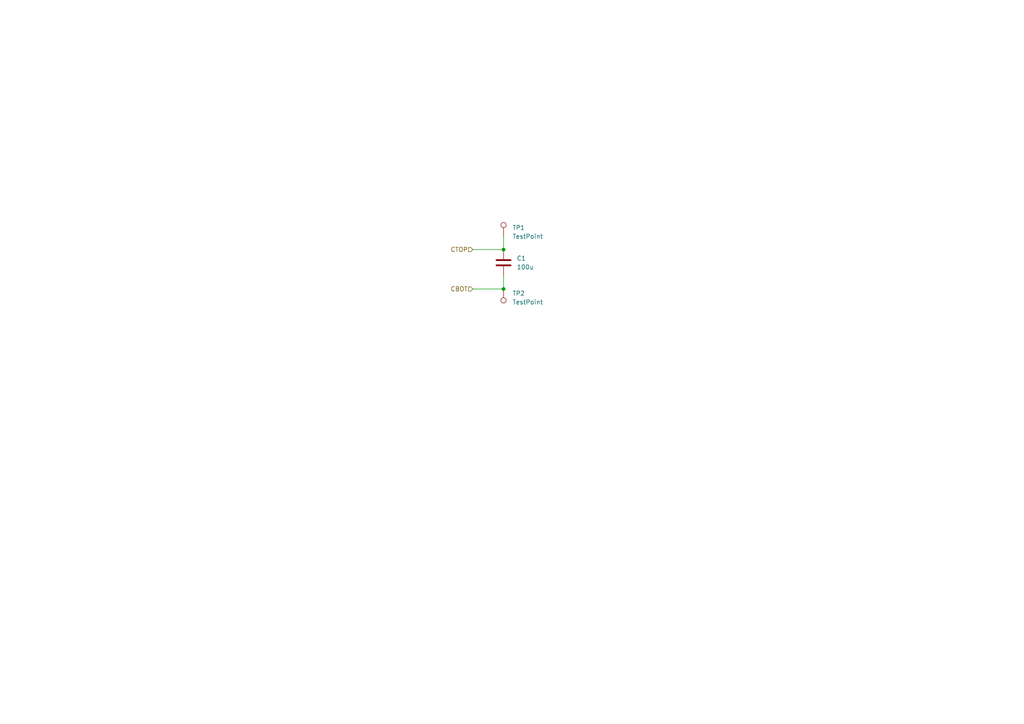
<source format=kicad_sch>
(kicad_sch (version 20201015) (generator eeschema)
  (paper "A4")
  (lib_symbols
    (symbol "Connector:TestPoint" (pin_numbers hide) (pin_names (offset 0.762) hide)
      (property "Reference" "TP" (at 0 6.858 0))
      (property "Value" "TestPoint" (at 0 5.08 0))
      (symbol "TestPoint_0_1"
        (circle (center 0 3.302) (radius 0.762))
      )
      (symbol "TestPoint_1_1"
        (pin passive line (at 0 0 90) (length 2.54) (name "1") (number "1"))
      )
    )
    (symbol "Device:C" (pin_numbers hide) (pin_names (offset 0.254))
      (property "Reference" "C" (at 0.635 2.54 0))
      (property "Value" "C" (at 0.635 -2.54 0))
      (symbol "C_0_1"
        (polyline (pts (xy -2.032 -0.762) (xy 2.032 -0.762)) (stroke (width 0.508)))
        (polyline (pts (xy -2.032 0.762) (xy 2.032 0.762)) (stroke (width 0.508)))
      )
      (symbol "C_1_1"
        (pin passive line (at 0 3.81 270) (length 2.794) (name "~") (number "1"))
        (pin passive line (at 0 -3.81 90) (length 2.794) (name "~") (number "2"))
      )
    )
  )
  (junction (at 146.05 72.39) (diameter 0.9144))
  (junction (at 146.05 83.82) (diameter 0.9144))
  (wire (pts (xy 137.16 72.39) (xy 146.05 72.39)))
  (wire (pts (xy 137.16 83.82) (xy 146.05 83.82)))
  (wire (pts (xy 146.05 68.58) (xy 146.05 72.39)))
  (wire (pts (xy 146.05 80.01) (xy 146.05 83.82)))
  (hierarchical_label "CTOP" (shape input) (at 137.16 72.39 180))
  (hierarchical_label "CBOT" (shape input) (at 137.16 83.82 180))
  (symbol (lib_id "Connector:TestPoint") (at 146.05 68.58 0) (unit 1)
    (property "Reference" "TP1" (at 148.59 66.04 0) (effects (justify left)))
    (property "Value" "TestPoint" (at 148.59 68.58 0) (effects (justify left)))
    (property "Footprint" "TestPoint:TestPoint_Pad_D1.0mm" (effects hide))
  )
  (symbol (lib_id "Connector:TestPoint") (at 146.05 83.82 180) (unit 1)
    (property "Reference" "TP2" (at 148.59 85.09 0) (effects (justify right)))
    (property "Value" "TestPoint" (at 148.59 87.63 0) (effects (justify right)))
    (property "Footprint" "TestPoint:TestPoint_Pad_D1.0mm" (effects hide))
  )
  (symbol (lib_id "Device:C") (at 146.05 76.2 0) (unit 1)
    (property "Reference" "C1" (at 149.86 74.93 0) (effects (justify left)))
    (property "Value" "100u" (at 149.86 77.47 0) (effects (justify left)))
    (property "Footprint" "Capacitor_SMD:C_0805_2012Metric" (effects hide))
  )
)
</source>
